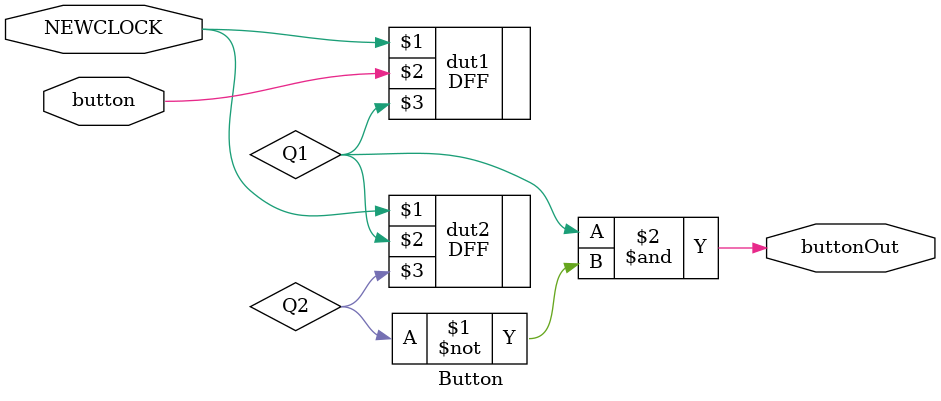
<source format=v>
`timescale 1ns / 1ps


module Button(
    input button,
    input NEWCLOCK,
    output buttonOut
    );
    
    wire Q1;
    wire Q2;
    
    DFF dut1 (NEWCLOCK, button, Q1);
    DFF dut2 (NEWCLOCK, Q1, Q2);
    
    assign buttonOut = Q1 & ~Q2;
    
endmodule

</source>
